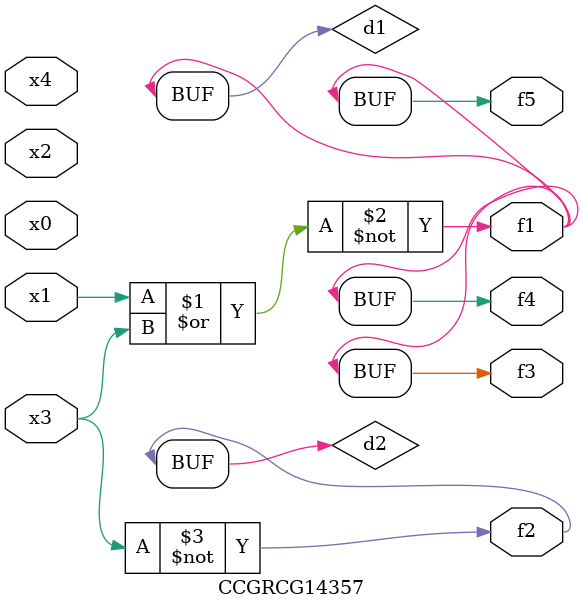
<source format=v>
module CCGRCG14357(
	input x0, x1, x2, x3, x4,
	output f1, f2, f3, f4, f5
);

	wire d1, d2;

	nor (d1, x1, x3);
	not (d2, x3);
	assign f1 = d1;
	assign f2 = d2;
	assign f3 = d1;
	assign f4 = d1;
	assign f5 = d1;
endmodule

</source>
